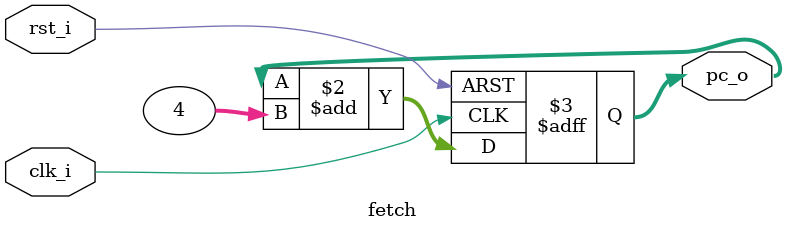
<source format=v>
module fetch (
   input                clk_i,  
   input                rst_i,        // reset
   output reg [31:0]    pc_o          // 32 bit program sayaç çıkışı
);

   
   parameter INITIAL_PC = 32'h0000_0000; //0 değerine atadım

   always @(posedge clk_i or posedge rst_i) begin
      if (rst_i) begin                
         pc_o <= INITIAL_PC;         // 0' atadım
      end else begin
         pc_o <= pc_o + 4;           // Program sayacını 4'er artır
      end
   end

endmodule
</source>
